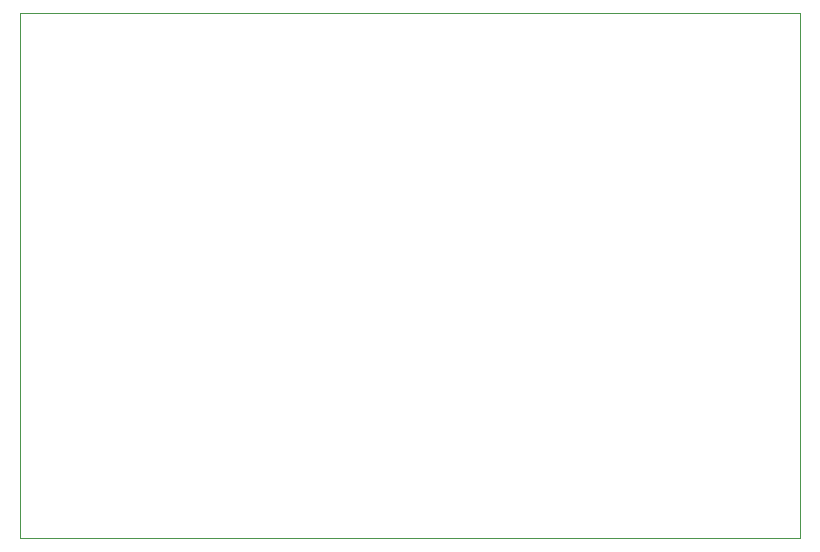
<source format=gbr>
G04 #@! TF.GenerationSoftware,KiCad,Pcbnew,(5.1.5)-3*
G04 #@! TF.CreationDate,2020-05-06T19:22:20+02:00*
G04 #@! TF.ProjectId,VGA_adapter,5647415f-6164-4617-9074-65722e6b6963,rev?*
G04 #@! TF.SameCoordinates,Original*
G04 #@! TF.FileFunction,Profile,NP*
%FSLAX46Y46*%
G04 Gerber Fmt 4.6, Leading zero omitted, Abs format (unit mm)*
G04 Created by KiCad (PCBNEW (5.1.5)-3) date 2020-05-06 19:22:20*
%MOMM*%
%LPD*%
G04 APERTURE LIST*
%ADD10C,0.100000*%
G04 APERTURE END LIST*
D10*
X127000000Y-77470000D02*
X193040000Y-77470000D01*
X127000000Y-121920000D02*
X127000000Y-77470000D01*
X193040000Y-77470000D02*
X193040000Y-121920000D01*
X193040000Y-121920000D02*
X127000000Y-121920000D01*
M02*

</source>
